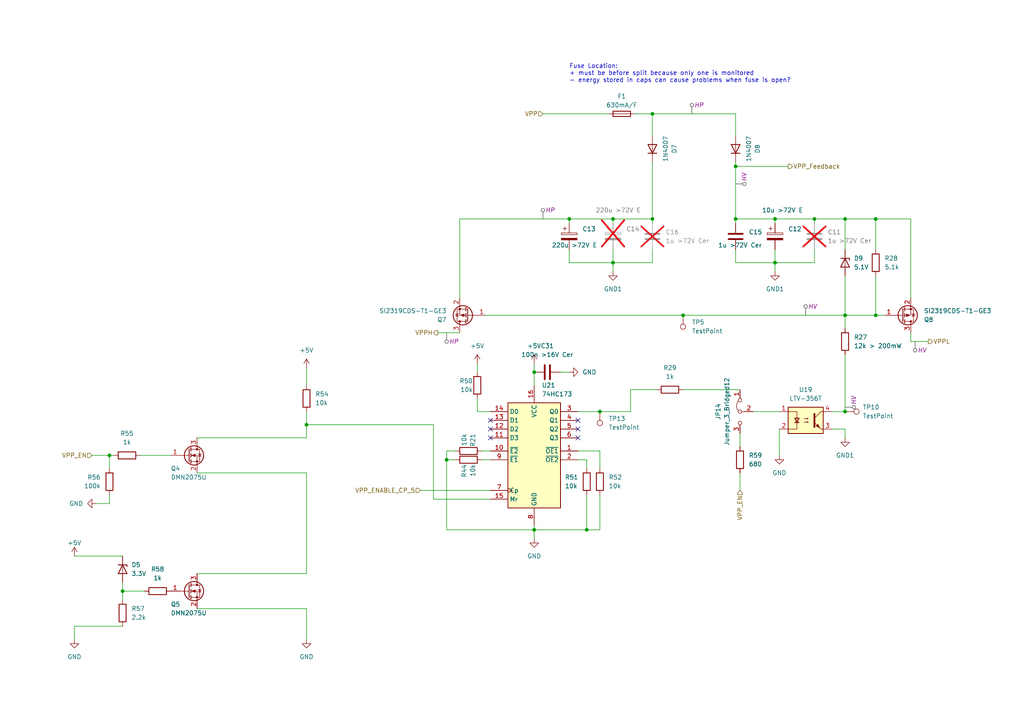
<source format=kicad_sch>
(kicad_sch (version 20231120) (generator "eeschema") (generator_version "8.0")
  (paper "A4")
  (title_block (title "Xaar 128 Driver") (date "2023-12-04") (rev "1.0.0"))
  (lib_symbols
    (symbol "Connector:TestPoint" (pin_numbers hide) (pin_names (offset 0.762) hide)
      (property "Reference" "TP" (at 0 6.858 0))
      (property "Value" "TestPoint" (at 0 5.08 0))
      (symbol "TestPoint_0_1"
        (circle (center 0 3.302) (radius 0.762))
      )
      (symbol "TestPoint_1_1"
        (pin passive line (at 0 0 90) (length 2.54) (name "1") (number "1"))
      )
    )
    (symbol "Device:C" (pin_numbers hide) (pin_names (offset 0.254))
      (property "Reference" "C" (at 0.635 2.54 0))
      (property "Value" "C" (at 0.635 -2.54 0))
      (symbol "C_0_1"
        (polyline (pts (xy -2.032 -0.762) (xy 2.032 -0.762)) (stroke (width 0.508)))
        (polyline (pts (xy -2.032 0.762) (xy 2.032 0.762)) (stroke (width 0.508)))
      )
      (symbol "C_1_1"
        (pin passive line (at 0 3.81 270) (length 2.794) (name "~") (number "1"))
        (pin passive line (at 0 -3.81 90) (length 2.794) (name "~") (number "2"))
      )
    )
    (symbol "Device:C_Polarized" (pin_numbers hide) (pin_names (offset 0.254))
      (property "Reference" "C" (at 0.635 2.54 0))
      (property "Value" "C_Polarized" (at 0.635 -2.54 0))
      (symbol "C_Polarized_0_1"
        (rectangle (start -2.286 0.508) (end 2.286 1.016))
        (polyline (pts (xy -1.778 2.286) (xy -0.762 2.286)))
        (polyline (pts (xy -1.27 2.794) (xy -1.27 1.778)))
        (rectangle (start 2.286 -0.508) (end -2.286 -1.016) (fill (type outline)))
      )
      (symbol "C_Polarized_1_1"
        (pin passive line (at 0 3.81 270) (length 2.794) (name "~") (number "1"))
        (pin passive line (at 0 -3.81 90) (length 2.794) (name "~") (number "2"))
      )
    )
    (symbol "Device:D" (pin_numbers hide) (pin_names (offset 1.016) hide)
      (property "Reference" "D" (at 0 2.54 0))
      (property "Value" "D" (at 0 -2.54 0))
      (symbol "D_0_1"
        (polyline (pts (xy -1.27 1.27) (xy -1.27 -1.27)) (stroke (width 0.254)))
        (polyline (pts (xy 1.27 0) (xy -1.27 0)))
        (polyline (pts (xy 1.27 1.27) (xy 1.27 -1.27) (xy -1.27 0) (xy 1.27 1.27)) (stroke (width 0.254)))
      )
      (symbol "D_1_1"
        (pin passive line (at -3.81 0 0) (length 2.54) (name "K") (number "1"))
        (pin passive line (at 3.81 0 180) (length 2.54) (name "A") (number "2"))
      )
    )
    (symbol "Device:D_Zener" (pin_numbers hide) (pin_names (offset 1.016) hide)
      (property "Reference" "D" (at 0 2.54 0))
      (property "Value" "D_Zener" (at 0 -2.54 0))
      (symbol "D_Zener_0_1"
        (polyline (pts (xy 1.27 0) (xy -1.27 0)))
        (polyline (pts (xy -1.27 -1.27) (xy -1.27 1.27) (xy -0.762 1.27)) (stroke (width 0.254)))
        (polyline (pts (xy 1.27 -1.27) (xy 1.27 1.27) (xy -1.27 0) (xy 1.27 -1.27)) (stroke (width 0.254)))
      )
      (symbol "D_Zener_1_1"
        (pin passive line (at -3.81 0 0) (length 2.54) (name "K") (number "1"))
        (pin passive line (at 3.81 0 180) (length 2.54) (name "A") (number "2"))
      )
    )
    (symbol "Device:Fuse" (pin_numbers hide) (pin_names (offset 0))
      (property "Reference" "F" (at 2.032 0 90))
      (property "Value" "Fuse" (at -1.905 0 90))
      (symbol "Fuse_0_1"
        (rectangle (start -0.762 -2.54) (end 0.762 2.54) (stroke (width 0.254)))
        (polyline (pts (xy 0 2.54) (xy 0 -2.54)))
      )
      (symbol "Fuse_1_1"
        (pin passive line (at 0 3.81 270) (length 1.27) (name "~") (number "1"))
        (pin passive line (at 0 -3.81 90) (length 1.27) (name "~") (number "2"))
      )
    )
    (symbol "Device:R" (pin_numbers hide) (pin_names (offset 0))
      (property "Reference" "R" (at 2.032 0 90))
      (property "Value" "R" (at 0 0 90))
      (symbol "R_0_1"
        (rectangle (start -1.016 -2.54) (end 1.016 2.54) (stroke (width 0.254)))
      )
      (symbol "R_1_1"
        (pin passive line (at 0 3.81 270) (length 1.27) (name "~") (number "1"))
        (pin passive line (at 0 -3.81 90) (length 1.27) (name "~") (number "2"))
      )
    )
    (symbol "Isolator:LTV-356T" (pin_names (offset 1.016))
      (property "Reference" "U" (at -5.334 4.826 0))
      (property "Value" "LTV-356T" (at 0 5.08 0))
      (symbol "LTV-356T_0_1"
        (rectangle (start -5.08 3.81) (end 5.08 -3.81) (stroke (width 0.254)) (fill (type background)))
        (polyline (pts (xy -3.175 -0.635) (xy -1.905 -0.635)) (stroke (width 0.254)))
        (polyline (pts (xy 2.54 0.635) (xy 4.445 2.54)))
        (polyline (pts (xy 4.445 -2.54) (xy 2.54 -0.635)) (fill (type outline)))
        (polyline (pts (xy 4.445 -2.54) (xy 5.08 -2.54)))
        (polyline (pts (xy 4.445 2.54) (xy 5.08 2.54)))
        (polyline (pts (xy -5.08 2.54) (xy -2.54 2.54) (xy -2.54 -0.762)))
        (polyline (pts (xy -2.54 -0.635) (xy -2.54 -2.54) (xy -5.08 -2.54)))
        (polyline (pts (xy 2.54 1.905) (xy 2.54 -1.905) (xy 2.54 -1.905)) (stroke (width 0.508)))
        (polyline (pts (xy -2.54 -0.635) (xy -3.175 0.635) (xy -1.905 0.635) (xy -2.54 -0.635)) (stroke (width 0.254)))
        (polyline (pts (xy -0.508 -0.508) (xy 0.762 -0.508) (xy 0.381 -0.635) (xy 0.381 -0.381) (xy 0.762 -0.508)))
        (polyline (pts (xy -0.508 0.508) (xy 0.762 0.508) (xy 0.381 0.381) (xy 0.381 0.635) (xy 0.762 0.508)))
        (polyline (pts (xy 3.048 -1.651) (xy 3.556 -1.143) (xy 4.064 -2.159) (xy 3.048 -1.651) (xy 3.048 -1.651)) (fill (type outline)))
      )
      (symbol "LTV-356T_1_1"
        (pin passive line (at -7.62 2.54 0) (length 2.54) (name "~") (number "1"))
        (pin passive line (at -7.62 -2.54 0) (length 2.54) (name "~") (number "2"))
        (pin passive line (at 7.62 -2.54 180) (length 2.54) (name "~") (number "3"))
        (pin passive line (at 7.62 2.54 180) (length 2.54) (name "~") (number "4"))
      )
    )
    (symbol "Jumper:Jumper_3_Bridged12" (pin_names (offset 0) hide)
      (property "Reference" "JP" (at -2.54 -2.54 0))
      (property "Value" "Jumper_3_Bridged12" (at 0 2.794 0))
      (symbol "Jumper_3_Bridged12_0_0"
        (circle (center -3.302 0) (radius 0.508))
        (circle (center 0 0) (radius 0.508))
        (circle (center 3.302 0) (radius 0.508))
      )
      (symbol "Jumper_3_Bridged12_0_1"
        (arc (start -0.254 0.508) (mid -1.651 0.9912) (end -3.048 0.508))
        (polyline (pts (xy 0 -1.27) (xy 0 -0.508)))
      )
      (symbol "Jumper_3_Bridged12_1_1"
        (pin passive line (at -6.35 0 0) (length 2.54) (name "A") (number "1"))
        (pin passive line (at 0 -3.81 90) (length 2.54) (name "C") (number "2"))
        (pin passive line (at 6.35 0 180) (length 2.54) (name "B") (number "3"))
      )
    )
    (symbol "Transistor_FET:DMG2301L" (pin_names hide)
      (property "Reference" "Q" (at 5.08 1.905 0))
      (property "Value" "DMG2301L" (at 5.08 0 0))
      (symbol "DMG2301L_0_1"
        (polyline (pts (xy 0.254 0) (xy -2.54 0)))
        (polyline (pts (xy 0.254 1.905) (xy 0.254 -1.905)) (stroke (width 0.254)))
        (polyline (pts (xy 0.762 -1.27) (xy 0.762 -2.286)) (stroke (width 0.254)))
        (polyline (pts (xy 0.762 0.508) (xy 0.762 -0.508)) (stroke (width 0.254)))
        (polyline (pts (xy 0.762 2.286) (xy 0.762 1.27)) (stroke (width 0.254)))
        (polyline (pts (xy 2.54 2.54) (xy 2.54 1.778)))
        (polyline (pts (xy 2.54 -2.54) (xy 2.54 0) (xy 0.762 0)))
        (polyline (pts (xy 0.762 1.778) (xy 3.302 1.778) (xy 3.302 -1.778) (xy 0.762 -1.778)))
        (polyline (pts (xy 2.286 0) (xy 1.27 0.381) (xy 1.27 -0.381) (xy 2.286 0)) (fill (type outline)))
        (polyline (pts (xy 2.794 -0.508) (xy 2.921 -0.381) (xy 3.683 -0.381) (xy 3.81 -0.254)))
        (polyline (pts (xy 3.302 -0.381) (xy 2.921 0.254) (xy 3.683 0.254) (xy 3.302 -0.381)))
        (circle (center 1.651 0) (radius 2.794) (stroke (width 0.254)))
        (circle (center 2.54 -1.778) (radius 0.254) (fill (type outline)))
        (circle (center 2.54 1.778) (radius 0.254) (fill (type outline)))
      )
      (symbol "DMG2301L_1_1"
        (pin input line (at -5.08 0 0) (length 2.54) (name "G") (number "1"))
        (pin passive line (at 2.54 -5.08 90) (length 2.54) (name "S") (number "2"))
        (pin passive line (at 2.54 5.08 270) (length 2.54) (name "D") (number "3"))
      )
    )
    (symbol "Transistor_FET:DMN2075U" (pin_names hide)
      (property "Reference" "Q" (at 5.08 1.905 0))
      (property "Value" "DMN2075U" (at 5.08 0 0))
      (symbol "DMN2075U_0_1"
        (polyline (pts (xy 0.254 0) (xy -2.54 0)))
        (polyline (pts (xy 0.254 1.905) (xy 0.254 -1.905)) (stroke (width 0.254)))
        (polyline (pts (xy 0.762 -1.27) (xy 0.762 -2.286)) (stroke (width 0.254)))
        (polyline (pts (xy 0.762 0.508) (xy 0.762 -0.508)) (stroke (width 0.254)))
        (polyline (pts (xy 0.762 2.286) (xy 0.762 1.27)) (stroke (width 0.254)))
        (polyline (pts (xy 2.54 2.54) (xy 2.54 1.778)))
        (polyline (pts (xy 2.54 -2.54) (xy 2.54 0) (xy 0.762 0)))
        (polyline (pts (xy 0.762 -1.778) (xy 3.302 -1.778) (xy 3.302 1.778) (xy 0.762 1.778)))
        (polyline (pts (xy 1.016 0) (xy 2.032 0.381) (xy 2.032 -0.381) (xy 1.016 0)) (fill (type outline)))
        (polyline (pts (xy 2.794 0.508) (xy 2.921 0.381) (xy 3.683 0.381) (xy 3.81 0.254)))
        (polyline (pts (xy 3.302 0.381) (xy 2.921 -0.254) (xy 3.683 -0.254) (xy 3.302 0.381)))
        (circle (center 1.651 0) (radius 2.794) (stroke (width 0.254)))
        (circle (center 2.54 -1.778) (radius 0.254) (fill (type outline)))
        (circle (center 2.54 1.778) (radius 0.254) (fill (type outline)))
      )
      (symbol "DMN2075U_1_1"
        (pin input line (at -5.08 0 0) (length 2.54) (name "G") (number "1"))
        (pin passive line (at 2.54 -5.08 90) (length 2.54) (name "S") (number "2"))
        (pin passive line (at 2.54 5.08 270) (length 2.54) (name "D") (number "3"))
      )
    )
    (symbol "Xaar_Driver:74HC173"
      (property "Reference" "U" (at -7.62 16.51 0))
      (property "Value" "74HC173" (at -7.62 -16.51 0))
      (symbol "74HC173_1_0"
        (pin output line (at 12.7 1.27 180) (length 5.08) (name "~{OE1}") (number "1"))
        (pin input line (at -12.7 1.27 0) (length 5.08) (name "~{E2}") (number "10"))
        (pin input line (at -12.7 5.08 0) (length 5.08) (name "D3") (number "11"))
        (pin input line (at -12.7 7.62 0) (length 5.08) (name "D2") (number "12"))
        (pin input line (at -12.7 10.16 0) (length 5.08) (name "D1") (number "13"))
        (pin input line (at -12.7 12.7 0) (length 5.08) (name "D0") (number "14"))
        (pin input line (at -12.7 -12.7 0) (length 5.08) (name "Mr") (number "15"))
        (pin power_in line (at 0 20.32 270) (length 5.08) (name "VCC") (number "16"))
        (pin output line (at 12.7 -1.27 180) (length 5.08) (name "~{OE2}") (number "2"))
        (pin output line (at 12.7 12.7 180) (length 5.08) (name "Q0") (number "3"))
        (pin output line (at 12.7 10.16 180) (length 5.08) (name "Q1") (number "4"))
        (pin output line (at 12.7 7.62 180) (length 5.08) (name "Q2") (number "5"))
        (pin output line (at 12.7 5.08 180) (length 5.08) (name "Q3") (number "6"))
        (pin input clock (at -12.7 -10.16 0) (length 5.08) (name "Cp") (number "7"))
        (pin power_in line (at 0 -20.32 90) (length 5.08) (name "GND") (number "8"))
        (pin input line (at -12.7 -1.27 0) (length 5.08) (name "~{E1}") (number "9"))
      )
      (symbol "74HC173_1_1"
        (rectangle (start -7.62 15.24) (end 7.62 -15.24) (stroke (width 0.254)) (fill (type background)))
      )
    )
    (symbol "power:+5V" (power) (pin_names (offset 0))
      (property "Value" "+5V" (at 0 3.556 0))
      (symbol "+5V_0_1"
        (polyline (pts (xy -0.762 1.27) (xy 0 2.54)))
        (polyline (pts (xy 0 0) (xy 0 2.54)))
        (polyline (pts (xy 0 2.54) (xy 0.762 1.27)))
      )
      (symbol "+5V_1_1"
        (pin power_in line (at 0 0 90) (length 0) hide (name "+5V") (number "1"))
      )
    )
    (symbol "power:GND" (power) (pin_names (offset 0))
      (property "Value" "GND" (at 0 -3.81 0))
      (symbol "GND_0_1"
        (polyline (pts (xy 0 0) (xy 0 -1.27) (xy 1.27 -1.27) (xy 0 -2.54) (xy -1.27 -1.27) (xy 0 -1.27)))
      )
      (symbol "GND_1_1"
        (pin power_in line (at 0 0 270) (length 0) hide (name "GND") (number "1"))
      )
    )
    (symbol "power:GND1" (power) (pin_names (offset 0))
      (property "Value" "GND1" (at 0 -3.81 0))
      (symbol "GND1_0_1"
        (polyline (pts (xy 0 0) (xy 0 -1.27) (xy 1.27 -1.27) (xy 0 -2.54) (xy -1.27 -1.27) (xy 0 -1.27)))
      )
      (symbol "GND1_1_1"
        (pin power_in line (at 0 0 270) (length 0) hide (name "GND1") (number "1"))
      )
    )
  )
  (junction (at 254 91.44))
  (junction (at 245.11 119.38))
  (junction (at 165.1 63.5))
  (junction (at 245.11 91.44))
  (junction (at 224.79 63.5))
  (junction (at 88.9 123.19))
  (junction (at 198.12 91.44))
  (junction (at 31.75 132.08))
  (junction (at 170.18 153.67))
  (junction (at 236.22 63.5))
  (junction (at 177.8 63.5))
  (junction (at 224.79 76.2))
  (junction (at 129.54 133.35))
  (junction (at 173.99 119.38))
  (junction (at 154.94 107.95))
  (junction (at 245.11 63.5))
  (junction (at 154.94 153.67))
  (junction (at 213.36 48.26))
  (junction (at 254 63.5))
  (junction (at 177.8 76.2))
  (junction (at 35.56 171.45))
  (junction (at 189.23 33.02))
  (junction (at 213.36 63.5))
  (junction (at 189.23 63.5))
  (no_connect (at 167.64 124.46))
  (no_connect (at 142.24 121.92))
  (no_connect (at 142.24 127))
  (no_connect (at 167.64 121.92))
  (no_connect (at 167.64 127))
  (no_connect (at 142.24 124.46))
  (wire (pts (xy 121.92 142.24) (xy 142.24 142.24)))
  (wire (pts (xy 224.79 72.39) (xy 224.79 76.2)))
  (wire (pts (xy 177.8 76.2) (xy 165.1 76.2)))
  (wire (pts (xy 254 91.44) (xy 245.11 91.44)))
  (wire (pts (xy 165.1 76.2) (xy 165.1 72.39)))
  (wire (pts (xy 214.63 125.73) (xy 214.63 129.54)))
  (wire (pts (xy 213.36 63.5) (xy 224.79 63.5)))
  (wire (pts (xy 173.99 135.89) (xy 173.99 130.81)))
  (wire (pts (xy 170.18 143.51) (xy 170.18 153.67)))
  (wire (pts (xy 213.36 76.2) (xy 224.79 76.2)))
  (wire (pts (xy 226.06 124.46) (xy 226.06 132.08)))
  (wire (pts (xy 254 80.01) (xy 254 91.44)))
  (wire (pts (xy 254 63.5) (xy 254 72.39)))
  (wire (pts (xy 245.11 80.01) (xy 245.11 91.44)))
  (wire (pts (xy 57.15 166.37) (xy 88.9 166.37)))
  (wire (pts (xy 154.94 107.95) (xy 154.94 105.41)))
  (wire (pts (xy 264.16 99.06) (xy 264.16 96.52)))
  (wire (pts (xy 213.36 48.26) (xy 228.6 48.26)))
  (wire (pts (xy 189.23 63.5) (xy 189.23 64.77)))
  (wire (pts (xy 245.11 63.5) (xy 245.11 72.39)))
  (wire (pts (xy 177.8 72.39) (xy 177.8 76.2)))
  (wire (pts (xy 254 63.5) (xy 245.11 63.5)))
  (wire (pts (xy 241.3 124.46) (xy 245.11 124.46)))
  (wire (pts (xy 35.56 168.91) (xy 35.56 171.45)))
  (wire (pts (xy 154.94 152.4) (xy 154.94 153.67)))
  (wire (pts (xy 224.79 63.5) (xy 224.79 64.77)))
  (wire (pts (xy 213.36 63.5) (xy 213.36 64.77)))
  (wire (pts (xy 40.64 132.08) (xy 49.53 132.08)))
  (wire (pts (xy 177.8 76.2) (xy 177.8 78.74)))
  (wire (pts (xy 254 63.5) (xy 264.16 63.5)))
  (wire (pts (xy 213.36 33.02) (xy 189.23 33.02)))
  (wire (pts (xy 31.75 146.05) (xy 31.75 143.51)))
  (wire (pts (xy 140.97 91.44) (xy 198.12 91.44)))
  (wire (pts (xy 35.56 171.45) (xy 35.56 173.99)))
  (wire (pts (xy 139.7 133.35) (xy 142.24 133.35)))
  (wire (pts (xy 213.36 33.02) (xy 213.36 39.37)))
  (wire (pts (xy 133.35 63.5) (xy 133.35 86.36)))
  (wire (pts (xy 224.79 76.2) (xy 236.22 76.2)))
  (wire (pts (xy 21.59 161.29) (xy 35.56 161.29)))
  (wire (pts (xy 133.35 63.5) (xy 165.1 63.5)))
  (wire (pts (xy 198.12 113.03) (xy 214.63 113.03)))
  (wire (pts (xy 218.44 119.38) (xy 226.06 119.38)))
  (wire (pts (xy 182.88 113.03) (xy 190.5 113.03)))
  (wire (pts (xy 224.79 63.5) (xy 236.22 63.5)))
  (wire (pts (xy 214.63 137.16) (xy 214.63 142.24)))
  (wire (pts (xy 21.59 185.42) (xy 21.59 181.61)))
  (wire (pts (xy 269.24 99.06) (xy 264.16 99.06)))
  (wire (pts (xy 162.56 107.95) (xy 165.1 107.95)))
  (wire (pts (xy 177.8 63.5) (xy 189.23 63.5)))
  (wire (pts (xy 129.54 130.81) (xy 129.54 133.35)))
  (wire (pts (xy 88.9 176.53) (xy 88.9 185.42)))
  (wire (pts (xy 224.79 76.2) (xy 224.79 78.74)))
  (wire (pts (xy 138.43 119.38) (xy 138.43 115.57)))
  (wire (pts (xy 125.73 144.78) (xy 125.73 123.19)))
  (wire (pts (xy 213.36 48.26) (xy 213.36 63.5)))
  (wire (pts (xy 173.99 153.67) (xy 170.18 153.67)))
  (wire (pts (xy 57.15 176.53) (xy 88.9 176.53)))
  (wire (pts (xy 21.59 181.61) (xy 35.56 181.61)))
  (wire (pts (xy 139.7 130.81) (xy 142.24 130.81)))
  (wire (pts (xy 27.94 146.05) (xy 31.75 146.05)))
  (wire (pts (xy 182.88 113.03) (xy 182.88 119.38)))
  (wire (pts (xy 165.1 63.5) (xy 165.1 64.77)))
  (wire (pts (xy 173.99 130.81) (xy 167.64 130.81)))
  (wire (pts (xy 138.43 105.41) (xy 138.43 107.95)))
  (wire (pts (xy 213.36 46.99) (xy 213.36 48.26)))
  (wire (pts (xy 88.9 137.16) (xy 88.9 166.37)))
  (wire (pts (xy 236.22 63.5) (xy 245.11 63.5)))
  (wire (pts (xy 125.73 123.19) (xy 88.9 123.19)))
  (wire (pts (xy 170.18 135.89) (xy 170.18 133.35)))
  (wire (pts (xy 170.18 153.67) (xy 154.94 153.67)))
  (wire (pts (xy 127 96.52) (xy 133.35 96.52)))
  (wire (pts (xy 245.11 91.44) (xy 245.11 95.25)))
  (wire (pts (xy 57.15 137.16) (xy 88.9 137.16)))
  (wire (pts (xy 88.9 119.38) (xy 88.9 123.19)))
  (wire (pts (xy 189.23 72.39) (xy 189.23 76.2)))
  (wire (pts (xy 173.99 119.38) (xy 182.88 119.38)))
  (wire (pts (xy 184.15 33.02) (xy 189.23 33.02)))
  (wire (pts (xy 173.99 143.51) (xy 173.99 153.67)))
  (wire (pts (xy 57.15 127) (xy 88.9 127)))
  (wire (pts (xy 213.36 72.39) (xy 213.36 76.2)))
  (wire (pts (xy 236.22 72.39) (xy 236.22 76.2)))
  (wire (pts (xy 26.67 132.08) (xy 31.75 132.08)))
  (wire (pts (xy 154.94 111.76) (xy 154.94 107.95)))
  (wire (pts (xy 245.11 124.46) (xy 245.11 127)))
  (wire (pts (xy 264.16 63.5) (xy 264.16 86.36)))
  (wire (pts (xy 177.8 63.5) (xy 177.8 64.77)))
  (wire (pts (xy 245.11 102.87) (xy 245.11 119.38)))
  (wire (pts (xy 198.12 91.44) (xy 245.11 91.44)))
  (wire (pts (xy 165.1 63.5) (xy 177.8 63.5)))
  (wire (pts (xy 189.23 33.02) (xy 189.23 39.37)))
  (wire (pts (xy 167.64 119.38) (xy 173.99 119.38)))
  (wire (pts (xy 129.54 133.35) (xy 132.08 133.35)))
  (wire (pts (xy 189.23 46.99) (xy 189.23 63.5)))
  (wire (pts (xy 245.11 119.38) (xy 241.3 119.38)))
  (wire (pts (xy 31.75 132.08) (xy 31.75 135.89)))
  (wire (pts (xy 31.75 132.08) (xy 33.02 132.08)))
  (wire (pts (xy 254 91.44) (xy 256.54 91.44)))
  (wire (pts (xy 236.22 63.5) (xy 236.22 64.77)))
  (wire (pts (xy 189.23 76.2) (xy 177.8 76.2)))
  (wire (pts (xy 35.56 171.45) (xy 41.91 171.45)))
  (wire (pts (xy 154.94 153.67) (xy 154.94 156.21)))
  (wire (pts (xy 170.18 133.35) (xy 167.64 133.35)))
  (wire (pts (xy 142.24 144.78) (xy 125.73 144.78)))
  (wire (pts (xy 88.9 106.68) (xy 88.9 111.76)))
  (wire (pts (xy 157.48 33.02) (xy 176.53 33.02)))
  (wire (pts (xy 129.54 153.67) (xy 129.54 133.35)))
  (wire (pts (xy 142.24 119.38) (xy 138.43 119.38)))
  (wire (pts (xy 88.9 123.19) (xy 88.9 127)))
  (wire (pts (xy 129.54 130.81) (xy 132.08 130.81)))
  (wire (pts (xy 154.94 153.67) (xy 129.54 153.67)))
  (text "Fuse Location:\n+ must be before split because only one is monitored\n- energy stored in caps can cause problems when fuse is open?" (at 165.1 24.13 0) (effects (font (size 1.27 1.27)) (justify left bottom)))
  (hierarchical_label "VPP_EN" (shape input) (at 26.67 132.08 180))
  (hierarchical_label "VPP" (shape input) (at 157.48 33.02 180))
  (hierarchical_label "VPP_ENABLE_CP_5" (shape input) (at 121.92 142.24 180))
  (hierarchical_label "VPP_Feedback" (shape output) (at 228.6 48.26 0))
  (hierarchical_label "VPP_EN" (shape input) (at 214.63 142.24 270))
  (hierarchical_label "VPPH" (shape output) (at 127 96.52 180))
  (hierarchical_label "VPPL" (shape output) (at 269.24 99.06 0))
  (netclass_flag "" (length 2.54) (shape round) (at 265.43 99.06 180) (property "Netclass" "HV" (at 266.1285 101.6 0) (effects (font (italic yes)) (justify left))))
  (netclass_flag "" (length 2.54) (shape round) (at 213.36 53.34 270) (property "Netclass" "HV" (at 215.9 52.6415 90) (effects (font (italic yes)) (justify left))))
  (netclass_flag "" (length 2.54) (shape round) (at 157.48 63.5 0) (property "Netclass" "HP" (at 158.1785 60.96 0) (effects (font (italic yes)) (justify left))))
  (netclass_flag "" (length 2.54) (shape round) (at 129.54 96.52 180) (property "Netclass" "HP" (at 130.2385 99.06 0) (effects (font (italic yes)) (justify left))))
  (netclass_flag "" (length 2.54) (shape round) (at 245.11 118.11 270) (property "Netclass" "HV" (at 247.65 117.4115 90) (effects (font (italic yes)) (justify left))))
  (netclass_flag "" (length 2.54) (shape round) (at 233.68 91.44 0) (property "Netclass" "HV" (at 234.3785 88.9 0) (effects (font (italic yes)) (justify left))))
  (netclass_flag "" (length 2.54) (shape round) (at 200.66 33.02 0) (property "Netclass" "HP" (at 201.3585 30.48 0) (effects (font (italic yes)) (justify left))))
  (symbol (lib_id "Device:C") (at 213.36 68.58 0) (unit 1)
    (property "Reference" "C15" (at 217.17 67.31 0) (effects (justify left)))
    (property "Value" "1u >72V Cer" (at 208.28 71.12 0) (effects (justify left)))
    (property "Footprint" "Capacitor_SMD:C_0805_2012Metric_Pad1.18x1.45mm_HandSolder" (effects (hide yes)))
    (property "RSBestNr" "788-3054" (effects (hide yes)))
    (property "Supplier" "RS" (effects (hide yes)))
  )
  (symbol (lib_id "Device:R") (at 135.89 130.81 270) (unit 1)
    (property "Reference" "R21" (at 137.16 125.73 0) (effects (justify left)))
    (property "Value" "10k" (at 134.62 125.73 0) (effects (justify left)))
    (property "Footprint" "Resistor_SMD:R_0603_1608Metric_Pad0.98x0.95mm_HandSolder" (effects (hide yes)))
    (property "Supplier" "Elektroplatz" (effects (hide yes)))
  )
  (symbol (lib_id "Device:C") (at 189.23 68.58 0) (unit 1) (dnp yes)
    (property "Reference" "C16" (at 193.04 67.31 0) (effects (justify left)))
    (property "Value" "1u >72V Cer" (at 193.04 69.85 0) (effects (justify left)))
    (property "Footprint" "Capacitor_SMD:C_0805_2012Metric_Pad1.18x1.45mm_HandSolder" (effects (hide yes)))
    (property "RSBestNr" "788-3054" (effects (hide yes)))
    (property "Supplier" "RS" (effects (hide yes)))
  )
  (symbol (lib_id "power:GND") (at 27.94 146.05 270) (mirror x) (unit 1)
    (property "Reference" "#PWR0109" (effects (hide yes)))
    (property "Value" "GND" (at 24.13 146.05 90) (effects (justify right)))
  )
  (symbol (lib_id "Device:R") (at 135.89 133.35 270) (unit 1)
    (property "Reference" "R44" (at 134.62 134.62 0) (effects (justify left)))
    (property "Value" "10k" (at 137.16 134.62 0) (effects (justify left)))
    (property "Footprint" "Resistor_SMD:R_0603_1608Metric_Pad0.98x0.95mm_HandSolder" (effects (hide yes)))
    (property "Supplier" "Elektroplatz" (effects (hide yes)))
  )
  (symbol (lib_id "Device:R") (at 31.75 139.7 0) (unit 1)
    (property "Reference" "R56" (at 29.21 138.43 0) (effects (justify right)))
    (property "Value" "100k" (at 29.21 140.97 0) (effects (justify right)))
    (property "Footprint" "Resistor_SMD:R_0603_1608Metric_Pad0.98x0.95mm_HandSolder" (effects (hide yes)))
    (property "RSBestNr" "678-9673" (effects (hide yes)))
    (property "Supplier" "RS" (effects (hide yes)))
  )
  (symbol (lib_id "power:GND1") (at 245.11 127 0) (unit 1)
    (property "Reference" "#PWR043" (effects (hide yes)))
    (property "Value" "GND1" (at 245.11 132.08 0))
  )
  (symbol (lib_id "Device:C_Polarized") (at 165.1 68.58 0) (unit 1)
    (property "Reference" "C13" (at 168.91 66.421 0) (effects (justify left)))
    (property "Value" "220u >72V E" (at 160.02 71.12 0) (effects (justify left)))
    (property "Footprint" "Capacitor_THT:CP_Radial_D13.0mm_P5.00mm" (effects (hide yes)))
    (property "RSBestNr" "711-1734" (effects (hide yes)))
    (property "Supplier" "RS" (effects (hide yes)))
  )
  (symbol (lib_id "Device:D") (at 189.23 43.18 90) (unit 1)
    (property "Reference" "D7" (at 195.58 43.18 0))
    (property "Value" "1N4007" (at 193.04 43.18 0))
    (property "Footprint" "Diode_THT:D_DO-41_SOD81_P10.16mm_Horizontal" (effects (hide yes)))
    (property "Sim.Device" "D" (effects (hide yes)))
    (property "Sim.Pins" "1=K 2=A" (effects (hide yes)))
    (property "Supplier" "Elektroplatz" (effects (hide yes)))
  )
  (symbol (lib_id "power:GND1") (at 177.8 78.74 0) (unit 1)
    (property "Reference" "#PWR0113" (effects (hide yes)))
    (property "Value" "GND1" (at 177.8 83.82 0))
  )
  (symbol (lib_id "Xaar_Driver:74HC173") (at 154.94 132.08 0) (unit 1)
    (property "Reference" "U21" (at 157.1341 111.76 0) (effects (justify left)))
    (property "Value" "74HC173" (at 157.1341 114.3 0) (effects (justify left)))
    (property "Footprint" "Package_SO:SO-16_3.9x9.9mm_P1.27mm" (effects (hide yes)))
    (property "Datasheet" "https://docs.rs-online.com/3ca7/0900766b80422bf5.pdf" (effects (hide yes)))
    (property "RSBestNr" "483-6443" (effects (hide yes)))
    (property "Supplier" "RS" (effects (hide yes)))
  )
  (symbol (lib_id "Transistor_FET:DMN2075U") (at 54.61 132.08 0) (unit 1)
    (property "Reference" "Q4" (at 49.53 135.89 0) (effects (justify left)))
    (property "Value" "DMN2075U" (at 49.53 138.43 0) (effects (justify left)))
    (property "Footprint" "Package_TO_SOT_SMD:SOT-23" (effects (hide yes)))
    (property "Datasheet" "http://www.diodes.com/assets/Datasheets/DMN2075U.pdf" (effects (hide yes)))
    (property "RSBestNr" "751-4143" (effects (hide yes)))
    (property "Supplier" "RS" (effects (hide yes)))
  )
  (symbol (lib_id "power:+5V") (at 88.9 106.68 0) (unit 1)
    (property "Reference" "#PWR0108" (effects (hide yes)))
    (property "Value" "+5V" (at 88.9 101.6 0))
  )
  (symbol (lib_id "power:+5V") (at 154.94 105.41 0) (unit 1)
    (property "Reference" "#PWR0105" (effects (hide yes)))
    (property "Value" "+5V" (at 154.94 100.33 0))
  )
  (symbol (lib_id "Transistor_FET:DMN2075U") (at 54.61 171.45 0) (unit 1)
    (property "Reference" "Q5" (at 49.53 175.26 0) (effects (justify left)))
    (property "Value" "DMN2075U" (at 49.53 177.8 0) (effects (justify left)))
    (property "Footprint" "Package_TO_SOT_SMD:SOT-23" (effects (hide yes)))
    (property "Datasheet" "http://www.diodes.com/assets/Datasheets/DMN2075U.pdf" (effects (hide yes)))
    (property "RSBestNr" "751-4143" (effects (hide yes)))
    (property "Supplier" "RS" (effects (hide yes)))
  )
  (symbol (lib_id "Device:R") (at 214.63 133.35 180) (unit 1)
    (property "Reference" "R59" (at 217.17 132.08 0) (effects (justify right)))
    (property "Value" "680" (at 217.17 134.62 0) (effects (justify right)))
    (property "Footprint" "Resistor_SMD:R_0603_1608Metric_Pad0.98x0.95mm_HandSolder" (effects (hide yes)))
    (property "RSBestNr" "679-0627" (effects (hide yes)))
    (property "Supplier" "RS" (effects (hide yes)))
  )
  (symbol (lib_id "Device:C_Polarized") (at 177.8 68.58 0) (unit 1) (dnp yes)
    (property "Reference" "C14" (at 181.61 66.421 0) (effects (justify left)))
    (property "Value" "220u >72V E" (at 172.72 60.96 0) (effects (justify left)))
    (property "Footprint" "Capacitor_THT:CP_Radial_D13.0mm_P5.00mm" (effects (hide yes)))
    (property "RSBestNr" "711-1734" (effects (hide yes)))
    (property "Supplier" "RS" (effects (hide yes)))
  )
  (symbol (lib_id "Transistor_FET:DMG2301L") (at 261.62 91.44 0) (mirror x) (unit 1)
    (property "Reference" "Q8" (at 267.97 92.71 0) (effects (justify left)))
    (property "Value" "SI2319CDS-T1-GE3" (at 267.97 90.17 0) (effects (justify left)))
    (property "Footprint" "Package_TO_SOT_SMD:SOT-23" (effects (hide yes)))
    (property "RSBestNr" "787-9042" (effects (hide yes)))
    (property "Supplier" "RS" (effects (hide yes)))
  )
  (symbol (lib_id "Device:R") (at 45.72 171.45 90) (unit 1)
    (property "Reference" "R58" (at 45.72 165.1 90))
    (property "Value" "1k" (at 45.72 167.64 90))
    (property "Footprint" "Resistor_SMD:R_0603_1608Metric_Pad0.98x0.95mm_HandSolder" (effects (hide yes)))
    (property "RSBestNr" "678-9875" (effects (hide yes)))
    (property "Supplier" "RS" (effects (hide yes)))
  )
  (symbol (lib_id "power:+5V") (at 138.43 105.41 0) (unit 1)
    (property "Reference" "#PWR0104" (effects (hide yes)))
    (property "Value" "+5V" (at 138.43 100.33 0))
  )
  (symbol (lib_id "Device:D_Zener") (at 245.11 76.2 270) (unit 1)
    (property "Reference" "D9" (at 247.65 74.93 90) (effects (justify left)))
    (property "Value" "5.1V" (at 247.65 77.47 90) (effects (justify left)))
    (property "Footprint" "Diode_THT:D_DO-35_SOD27_P7.62mm_Horizontal" (effects (hide yes)))
    (property "Supplier" "Elektroplatz" (effects (hide yes)))
  )
  (symbol (lib_id "power:GND1") (at 224.79 78.74 0) (unit 1)
    (property "Reference" "#PWR045" (effects (hide yes)))
    (property "Value" "GND1" (at 224.79 83.82 0))
  )
  (symbol (lib_id "Device:R") (at 36.83 132.08 90) (unit 1)
    (property "Reference" "R55" (at 36.83 125.73 90))
    (property "Value" "1k" (at 36.83 128.27 90))
    (property "Footprint" "Resistor_SMD:R_0603_1608Metric_Pad0.98x0.95mm_HandSolder" (effects (hide yes)))
    (property "RSBestNr" "678-9875" (effects (hide yes)))
    (property "Supplier" "RS" (effects (hide yes)))
  )
  (symbol (lib_id "Device:R") (at 170.18 139.7 0) (unit 1)
    (property "Reference" "R51" (at 163.83 138.43 0) (effects (justify left)))
    (property "Value" "10k" (at 163.83 140.97 0) (effects (justify left)))
    (property "Footprint" "Resistor_SMD:R_0603_1608Metric_Pad0.98x0.95mm_HandSolder" (effects (hide yes)))
    (property "Supplier" "Elektroplatz" (effects (hide yes)))
  )
  (symbol (lib_id "Device:R") (at 173.99 139.7 0) (unit 1)
    (property "Reference" "R52" (at 176.53 138.43 0) (effects (justify left)))
    (property "Value" "10k" (at 176.53 140.97 0) (effects (justify left)))
    (property "Footprint" "Resistor_SMD:R_0603_1608Metric_Pad0.98x0.95mm_HandSolder" (effects (hide yes)))
    (property "Supplier" "Elektroplatz" (effects (hide yes)))
  )
  (symbol (lib_id "Device:C") (at 236.22 68.58 0) (unit 1) (dnp yes)
    (property "Reference" "C11" (at 240.03 67.31 0) (effects (justify left)))
    (property "Value" "1u >72V Cer" (at 240.03 69.85 0) (effects (justify left)))
    (property "Footprint" "Capacitor_SMD:C_0805_2012Metric_Pad1.18x1.45mm_HandSolder" (effects (hide yes)))
    (property "RSBestNr" "788-3054" (effects (hide yes)))
    (property "Supplier" "RS" (effects (hide yes)))
  )
  (symbol (lib_id "Transistor_FET:DMG2301L") (at 135.89 91.44 180) (unit 1)
    (property "Reference" "Q7" (at 129.54 92.71 0) (effects (justify left)))
    (property "Value" "SI2319CDS-T1-GE3" (at 129.54 90.17 0) (effects (justify left)))
    (property "Footprint" "Package_TO_SOT_SMD:SOT-23" (effects (hide yes)))
    (property "RSBestNr" "787-9042" (effects (hide yes)))
    (property "Supplier" "RS" (effects (hide yes)))
  )
  (symbol (lib_id "Device:R") (at 254 76.2 0) (unit 1)
    (property "Reference" "R28" (at 256.54 74.93 0) (effects (justify left)))
    (property "Value" "5.1k" (at 256.54 77.47 0) (effects (justify left)))
    (property "Footprint" "Resistor_SMD:R_0805_2012Metric_Pad1.20x1.40mm_HandSolder" (effects (hide yes)))
    (property "RSBestNr" "721-7804" (effects (hide yes)))
    (property "Supplier" "RS" (effects (hide yes)))
  )
  (symbol (lib_id "Connector:TestPoint") (at 245.11 119.38 270) (unit 1)
    (property "Reference" "TP10" (at 250.19 118.11 90) (effects (justify left)))
    (property "Value" "TestPoint" (at 250.19 120.65 90) (effects (justify left)))
    (property "Footprint" "Xaar-Driver:TestPoint_Pad_D1.5mm" (effects (hide yes)))
    (property "Supplier" "None" (effects (hide yes)))
    (property "Funktion" "U19_C" (effects (hide yes)))
  )
  (symbol (lib_id "power:GND") (at 154.94 156.21 0) (unit 1)
    (property "Reference" "#PWR0106" (effects (hide yes)))
    (property "Value" "GND" (at 154.94 161.29 0))
  )
  (symbol (lib_id "Device:Fuse") (at 180.34 33.02 90) (unit 1)
    (property "Reference" "F1" (at 180.34 27.94 90))
    (property "Value" "630mA/F" (at 180.34 30.48 90))
    (property "Footprint" "FUSE_646_1_LTF:FUSE_646_1_LTF" (effects (hide yes)))
    (property "Supplier" "Printerbox" (effects (hide yes)))
  )
  (symbol (lib_id "Device:C") (at 158.75 107.95 90) (unit 1)
    (property "Reference" "C31" (at 158.75 100.33 90))
    (property "Value" "100n >16V Cer" (at 158.75 102.87 90))
    (property "Footprint" "Capacitor_SMD:C_0603_1608Metric_Pad1.08x0.95mm_HandSolder" (effects (hide yes)))
    (property "Supplier" "Elektroplatz" (effects (hide yes)))
  )
  (symbol (lib_id "Device:R") (at 194.31 113.03 90) (unit 1)
    (property "Reference" "R29" (at 194.31 106.68 90))
    (property "Value" "1k" (at 194.31 109.22 90))
    (property "Footprint" "Resistor_SMD:R_0603_1608Metric_Pad0.98x0.95mm_HandSolder" (effects (hide yes)))
    (property "RSBestNr" "678-9875" (effects (hide yes)))
    (property "Supplier" "RS" (effects (hide yes)))
  )
  (symbol (lib_id "power:GND") (at 165.1 107.95 90) (unit 1)
    (property "Reference" "#PWR0107" (effects (hide yes)))
    (property "Value" "GND" (at 168.91 107.95 90) (effects (justify right)))
  )
  (symbol (lib_id "Device:C_Polarized") (at 224.79 68.58 0) (unit 1)
    (property "Reference" "C12" (at 228.6 66.421 0) (effects (justify left)))
    (property "Value" "10u >72V E" (at 220.98 60.96 0) (effects (justify left)))
    (property "Footprint" "Capacitor_THT:CP_Radial_D5.0mm_P2.00mm" (effects (hide yes)))
    (property "RSBestNr" "228-7079" (effects (hide yes)))
    (property "Supplier" "RS" (effects (hide yes)))
  )
  (symbol (lib_id "power:+5V") (at 21.59 161.29 0) (unit 1)
    (property "Reference" "#PWR0110" (effects (hide yes)))
    (property "Value" "+5V" (at 21.59 157.48 0))
  )
  (symbol (lib_id "Device:R") (at 88.9 115.57 0) (unit 1)
    (property "Reference" "R54" (at 91.44 114.3 0) (effects (justify left)))
    (property "Value" "10k" (at 91.44 116.84 0) (effects (justify left)))
    (property "Footprint" "Resistor_SMD:R_0603_1608Metric_Pad0.98x0.95mm_HandSolder" (effects (hide yes)))
    (property "Supplier" "Elektroplatz" (effects (hide yes)))
  )
  (symbol (lib_id "Connector:TestPoint") (at 173.99 119.38 180) (unit 1)
    (property "Reference" "TP13" (at 176.53 121.412 0) (effects (justify right)))
    (property "Value" "TestPoint" (at 176.53 123.952 0) (effects (justify right)))
    (property "Footprint" "Xaar-Driver:TestPoint_Pad_D1.5mm" (effects (hide yes)))
    (property "Supplier" "None" (effects (hide yes)))
    (property "Funktion" "VPP_EN" (effects (hide yes)))
  )
  (symbol (lib_id "Device:D_Zener") (at 35.56 165.1 270) (unit 1)
    (property "Reference" "D5" (at 38.1 163.83 90) (effects (justify left)))
    (property "Value" "3.3V" (at 38.1 166.37 90) (effects (justify left)))
    (property "Footprint" "Diode_SMD:D_SOD-123F" (effects (hide yes)))
    (property "RSBestNr" "792-0936" (effects (hide yes)))
    (property "Supplier" "RS" (effects (hide yes)))
  )
  (symbol (lib_id "power:GND") (at 88.9 185.42 0) (mirror y) (unit 1)
    (property "Reference" "#PWR0111" (effects (hide yes)))
    (property "Value" "GND" (at 88.9 190.5 0))
  )
  (symbol (lib_id "power:GND") (at 21.59 185.42 0) (mirror y) (unit 1)
    (property "Reference" "#PWR0112" (effects (hide yes)))
    (property "Value" "GND" (at 21.59 190.5 0))
  )
  (symbol (lib_id "Device:D") (at 213.36 43.18 90) (unit 1)
    (property "Reference" "D8" (at 219.71 43.18 0))
    (property "Value" "1N4007" (at 217.17 43.18 0))
    (property "Footprint" "Diode_THT:D_DO-41_SOD81_P12.70mm_Horizontal" (effects (hide yes)))
    (property "Sim.Device" "D" (effects (hide yes)))
    (property "Sim.Pins" "1=K 2=A" (effects (hide yes)))
    (property "Supplier" "Elektroplatz" (effects (hide yes)))
  )
  (symbol (lib_id "Isolator:LTV-356T") (at 233.68 121.92 0) (unit 1)
    (property "Reference" "U19" (at 233.68 113.03 0))
    (property "Value" "LTV-356T" (at 233.68 115.57 0))
    (property "Footprint" "Package_SO:SO-4_4.4x3.6mm_P2.54mm" (effects (hide yes)))
    (property "Datasheet" "http://optoelectronics.liteon.com/upload/download/DS70-2001-010/S_110_LTV-356T%2020140520.pdf" (effects (hide yes)))
    (property "RSBestNr" "691-2079" (effects (hide yes)))
    (property "Supplier" "RS" (effects (hide yes)))
  )
  (symbol (lib_id "Device:R") (at 138.43 111.76 180) (unit 1)
    (property "Reference" "R50" (at 137.16 110.49 0) (effects (justify left)))
    (property "Value" "10k" (at 137.16 113.03 0) (effects (justify left)))
    (property "Footprint" "Resistor_SMD:R_0603_1608Metric_Pad0.98x0.95mm_HandSolder" (effects (hide yes)))
    (property "Supplier" "Elektroplatz" (effects (hide yes)))
  )
  (symbol (lib_id "Jumper:Jumper_3_Bridged12") (at 214.63 119.38 90) (mirror x) (unit 1)
    (property "Reference" "JP14" (at 208.28 119.38 0))
    (property "Value" "Jumper_3_Bridged12" (at 210.82 119.38 0))
    (property "Footprint" "Connector_PinHeader_2.54mm:PinHeader_1x03_P2.54mm_Vertical" (effects (hide yes)))
    (property "Supplier" "Elektroplatz" (effects (hide yes)))
    (property "Funktion" "Connect VPP_EN directly to MCU" (effects (hide yes)))
  )
  (symbol (lib_id "Device:R") (at 245.11 99.06 0) (unit 1)
    (property "Reference" "R27" (at 247.65 97.79 0) (effects (justify left)))
    (property "Value" "12k > 200mW" (at 247.65 100.33 0) (effects (justify left)))
    (property "Footprint" "Resistor_SMD:R_1206_3216Metric_Pad1.30x1.75mm_HandSolder" (effects (hide yes)))
    (property "RSBestNr" "812-1795" (effects (hide yes)))
    (property "Supplier" "RS" (effects (hide yes)))
  )
  (symbol (lib_id "Connector:TestPoint") (at 198.12 91.44 180) (unit 1)
    (property "Reference" "TP5" (at 200.66 93.472 0) (effects (justify right)))
    (property "Value" "TestPoint" (at 200.66 96.012 0) (effects (justify right)))
    (property "Footprint" "Xaar-Driver:TestPoint_Pad_D1.5mm" (effects (hide yes)))
    (property "Supplier" "None" (effects (hide yes)))
    (property "Funktion" "Q7_8_Gate" (effects (hide yes)))
  )
  (symbol (lib_id "power:GND") (at 226.06 132.08 0) (unit 1)
    (property "Reference" "#PWR044" (effects (hide yes)))
    (property "Value" "GND" (at 226.06 137.16 0))
  )
  (symbol (lib_id "Device:R") (at 35.56 177.8 0) (unit 1)
    (property "Reference" "R57" (at 38.1 176.53 0) (effects (justify left)))
    (property "Value" "2.2k" (at 38.1 179.07 0) (effects (justify left)))
    (property "Footprint" "Resistor_SMD:R_0603_1608Metric_Pad0.98x0.95mm_HandSolder" (effects (hide yes)))
    (property "Supplier" "Elektroplatz" (effects (hide yes)))
  )
)
</source>
